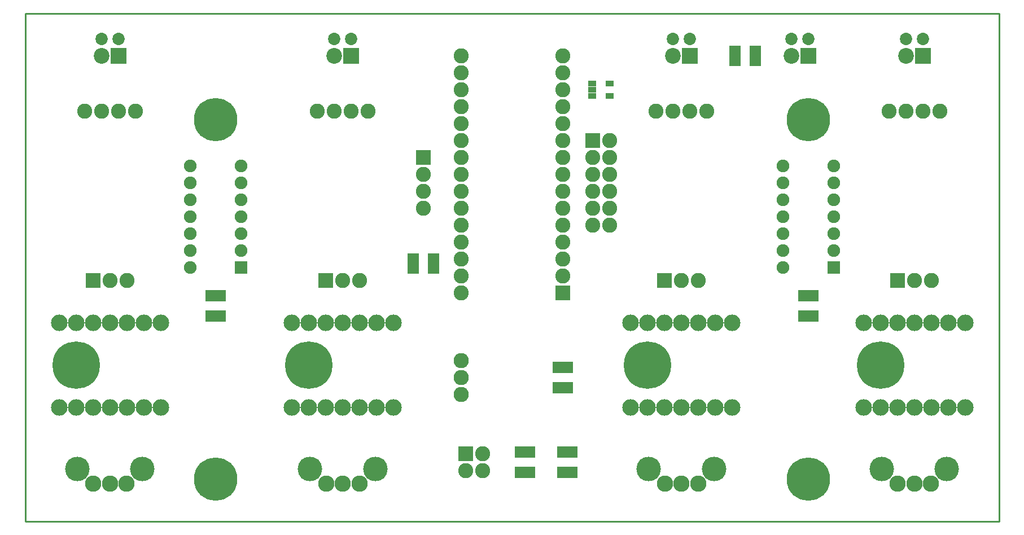
<source format=gts>
G04 (created by PCBNEW-RS274X (2010-03-14)-final) date Wed 08 Jun 2011 02:42:47 PM PDT*
G01*
G70*
G90*
%MOIN*%
G04 Gerber Fmt 3.4, Leading zero omitted, Abs format*
%FSLAX34Y34*%
G04 APERTURE LIST*
%ADD10C,0.006000*%
%ADD11C,0.009000*%
%ADD12C,0.096000*%
%ADD13C,0.145000*%
%ADD14R,0.089000X0.089000*%
%ADD15C,0.089000*%
%ADD16C,0.090000*%
%ADD17R,0.120000X0.070000*%
%ADD18R,0.070000X0.120000*%
%ADD19C,0.256000*%
%ADD20C,0.098000*%
%ADD21C,0.280000*%
%ADD22C,0.093000*%
%ADD23R,0.093000X0.093000*%
%ADD24C,0.073000*%
%ADD25R,0.075000X0.075000*%
%ADD26C,0.075000*%
%ADD27R,0.049000X0.037000*%
G04 APERTURE END LIST*
G54D10*
G54D11*
X29250Y-25750D02*
X29250Y-55750D01*
X86750Y-25750D02*
X29250Y-25750D01*
X86750Y-55750D02*
X86750Y-25750D01*
X29250Y-55750D02*
X86750Y-55750D01*
G54D12*
X33266Y-53500D03*
X34250Y-53500D03*
X35234Y-53500D03*
G54D13*
X32320Y-52634D03*
X36180Y-52634D03*
G54D12*
X80766Y-53500D03*
X81750Y-53500D03*
X82734Y-53500D03*
G54D13*
X79820Y-52634D03*
X83680Y-52634D03*
G54D12*
X67016Y-53500D03*
X68000Y-53500D03*
X68984Y-53500D03*
G54D13*
X66070Y-52634D03*
X69930Y-52634D03*
G54D12*
X47016Y-53500D03*
X48000Y-53500D03*
X48984Y-53500D03*
G54D13*
X46070Y-52634D03*
X49930Y-52634D03*
G54D14*
X61000Y-42250D03*
G54D15*
X61000Y-41250D03*
X61000Y-40250D03*
X61000Y-39250D03*
X61000Y-38250D03*
X61000Y-37250D03*
X61000Y-36250D03*
X61000Y-35250D03*
X61000Y-34250D03*
X61000Y-33250D03*
X61000Y-32250D03*
X61000Y-31250D03*
X61000Y-30250D03*
X61000Y-29250D03*
X61000Y-28250D03*
X55000Y-28250D03*
X55000Y-29250D03*
X55000Y-30250D03*
X55000Y-31250D03*
X55000Y-32250D03*
X55000Y-33250D03*
X55000Y-34250D03*
X55000Y-35250D03*
X55000Y-36250D03*
X55000Y-37250D03*
X55000Y-38250D03*
X55000Y-39250D03*
X55000Y-40250D03*
X55000Y-41250D03*
X55000Y-42250D03*
G54D16*
X55000Y-48250D03*
X55000Y-47250D03*
X55000Y-46250D03*
G54D17*
X61000Y-47850D03*
X61000Y-46650D03*
G54D18*
X53350Y-40500D03*
X52150Y-40500D03*
G54D17*
X58750Y-51650D03*
X58750Y-52850D03*
X40500Y-42400D03*
X40500Y-43600D03*
G54D14*
X55250Y-51750D03*
G54D15*
X56250Y-51750D03*
X55250Y-52750D03*
X56250Y-52750D03*
G54D17*
X61250Y-51650D03*
X61250Y-52850D03*
G54D18*
X72350Y-28250D03*
X71150Y-28250D03*
G54D14*
X80750Y-41500D03*
G54D15*
X81750Y-41500D03*
X82750Y-41500D03*
X83250Y-31500D03*
X82250Y-31500D03*
X81250Y-31500D03*
X80250Y-31500D03*
G54D14*
X67000Y-41500D03*
G54D15*
X68000Y-41500D03*
X69000Y-41500D03*
X69500Y-31500D03*
X68500Y-31500D03*
X67500Y-31500D03*
X66500Y-31500D03*
G54D14*
X47000Y-41500D03*
G54D15*
X48000Y-41500D03*
X49000Y-41500D03*
X49500Y-31500D03*
X48500Y-31500D03*
X47500Y-31500D03*
X46500Y-31500D03*
G54D14*
X33250Y-41500D03*
G54D15*
X34250Y-41500D03*
X35250Y-41500D03*
X35750Y-31500D03*
X34750Y-31500D03*
X33750Y-31500D03*
X32750Y-31500D03*
G54D14*
X52750Y-34250D03*
G54D15*
X52750Y-35250D03*
X52750Y-36250D03*
X52750Y-37250D03*
G54D14*
X62750Y-33250D03*
G54D15*
X63750Y-33250D03*
X62750Y-34250D03*
X63750Y-34250D03*
X62750Y-35250D03*
X63750Y-35250D03*
X62750Y-36250D03*
X63750Y-36250D03*
X62750Y-37250D03*
X63750Y-37250D03*
X62750Y-38250D03*
X63750Y-38250D03*
G54D19*
X75500Y-32000D03*
X40500Y-53250D03*
X75500Y-53250D03*
X40500Y-32000D03*
G54D20*
X34250Y-44000D03*
X35250Y-44000D03*
X36250Y-44000D03*
X37250Y-44000D03*
X33250Y-44000D03*
X31250Y-44000D03*
G54D21*
X32250Y-46500D03*
G54D20*
X32250Y-44000D03*
X31250Y-49000D03*
X32250Y-49000D03*
X33250Y-49000D03*
X34250Y-49000D03*
X35250Y-49000D03*
X36250Y-49000D03*
X37250Y-49000D03*
X81750Y-44000D03*
X82750Y-44000D03*
X83750Y-44000D03*
X84750Y-44000D03*
X80750Y-44000D03*
X78750Y-44000D03*
G54D21*
X79750Y-46500D03*
G54D20*
X79750Y-44000D03*
X78750Y-49000D03*
X79750Y-49000D03*
X80750Y-49000D03*
X81750Y-49000D03*
X82750Y-49000D03*
X83750Y-49000D03*
X84750Y-49000D03*
X68000Y-44000D03*
X69000Y-44000D03*
X70000Y-44000D03*
X71000Y-44000D03*
X67000Y-44000D03*
X65000Y-44000D03*
G54D21*
X66000Y-46500D03*
G54D20*
X66000Y-44000D03*
X65000Y-49000D03*
X66000Y-49000D03*
X67000Y-49000D03*
X68000Y-49000D03*
X69000Y-49000D03*
X70000Y-49000D03*
X71000Y-49000D03*
X48000Y-44000D03*
X49000Y-44000D03*
X50000Y-44000D03*
X51000Y-44000D03*
X47000Y-44000D03*
X45000Y-44000D03*
G54D21*
X46000Y-46500D03*
G54D20*
X46000Y-44000D03*
X45000Y-49000D03*
X46000Y-49000D03*
X47000Y-49000D03*
X48000Y-49000D03*
X49000Y-49000D03*
X50000Y-49000D03*
X51000Y-49000D03*
G54D22*
X81250Y-28250D03*
G54D23*
X82250Y-28250D03*
G54D24*
X82250Y-27250D03*
X81250Y-27250D03*
G54D22*
X47500Y-28250D03*
G54D23*
X48500Y-28250D03*
G54D24*
X48500Y-27250D03*
X47500Y-27250D03*
G54D22*
X74500Y-28250D03*
G54D23*
X75500Y-28250D03*
G54D24*
X75500Y-27250D03*
X74500Y-27250D03*
G54D22*
X67500Y-28250D03*
G54D23*
X68500Y-28250D03*
G54D24*
X68500Y-27250D03*
X67500Y-27250D03*
G54D22*
X33750Y-28250D03*
G54D23*
X34750Y-28250D03*
G54D24*
X34750Y-27250D03*
X33750Y-27250D03*
G54D25*
X77000Y-40750D03*
G54D26*
X77000Y-39750D03*
X77000Y-38750D03*
X77000Y-37750D03*
X77000Y-36750D03*
X77000Y-35750D03*
X77000Y-34750D03*
X74000Y-34750D03*
X74000Y-35750D03*
X74000Y-36750D03*
X74000Y-37750D03*
X74000Y-38750D03*
X74000Y-39750D03*
X74000Y-40750D03*
G54D17*
X75500Y-42400D03*
X75500Y-43600D03*
G54D27*
X62740Y-29875D03*
X62740Y-30250D03*
X62740Y-30625D03*
X63760Y-30625D03*
X63760Y-29875D03*
G54D25*
X42000Y-40750D03*
G54D26*
X42000Y-39750D03*
X42000Y-38750D03*
X42000Y-37750D03*
X42000Y-36750D03*
X42000Y-35750D03*
X42000Y-34750D03*
X39000Y-34750D03*
X39000Y-35750D03*
X39000Y-36750D03*
X39000Y-37750D03*
X39000Y-38750D03*
X39000Y-39750D03*
X39000Y-40750D03*
M02*

</source>
